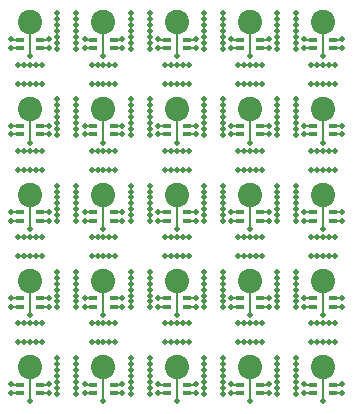
<source format=gtl>
G04 #@! TF.GenerationSoftware,KiCad,Pcbnew,5.0.2-bee76a0~70~ubuntu18.04.1*
G04 #@! TF.CreationDate,2018-12-05T20:22:07+01:00*
G04 #@! TF.ProjectId,noname,6e6f6e61-6d65-42e6-9b69-6361645f7063,rev?*
G04 #@! TF.SameCoordinates,Original*
G04 #@! TF.FileFunction,Copper,L1,Top*
G04 #@! TF.FilePolarity,Positive*
%FSLAX46Y46*%
G04 Gerber Fmt 4.6, Leading zero omitted, Abs format (unit mm)*
G04 Created by KiCad (PCBNEW 5.0.2-bee76a0~70~ubuntu18.04.1) date Wed 05 Dec 2018 20:22:07 CET*
%MOMM*%
%LPD*%
G01*
G04 APERTURE LIST*
G04 #@! TA.AperFunction,ViaPad*
%ADD10C,2.060000*%
G04 #@! TD*
G04 #@! TA.AperFunction,SMDPad,CuDef*
%ADD11R,0.750000X0.450000*%
G04 #@! TD*
G04 #@! TA.AperFunction,ViaPad*
%ADD12C,0.500000*%
G04 #@! TD*
G04 #@! TA.AperFunction,Conductor*
%ADD13C,0.152400*%
G04 #@! TD*
G04 APERTURE END LIST*
D10*
G04 #@! TO.N,GND*
G04 #@! TO.C,U2*
X136900000Y-121820000D03*
D11*
G04 #@! TD*
G04 #@! TO.P,U2,1*
G04 #@! TO.N,Net-(U1-Pad4)*
X136050000Y-124000000D03*
G04 #@! TO.P,U2,3*
G04 #@! TO.N,Net-(U1-Pad1)*
X137750000Y-124000000D03*
G04 #@! TO.P,U2,4*
G04 #@! TO.N,Net-(U1-Pad2)*
X137750000Y-123300000D03*
G04 #@! TO.P,U2,2*
G04 #@! TO.N,Net-(U1-Pad3)*
X136050000Y-123300000D03*
G04 #@! TD*
D10*
G04 #@! TO.N,GND*
G04 #@! TO.C,U2*
X130700000Y-121820000D03*
D11*
G04 #@! TD*
G04 #@! TO.P,U2,1*
G04 #@! TO.N,Net-(U1-Pad4)*
X129850000Y-124000000D03*
G04 #@! TO.P,U2,3*
G04 #@! TO.N,Net-(U1-Pad1)*
X131550000Y-124000000D03*
G04 #@! TO.P,U2,4*
G04 #@! TO.N,Net-(U1-Pad2)*
X131550000Y-123300000D03*
G04 #@! TO.P,U2,2*
G04 #@! TO.N,Net-(U1-Pad3)*
X129850000Y-123300000D03*
G04 #@! TD*
D10*
G04 #@! TO.N,GND*
G04 #@! TO.C,U2*
X124500000Y-121820000D03*
D11*
G04 #@! TD*
G04 #@! TO.P,U2,1*
G04 #@! TO.N,Net-(U1-Pad4)*
X123650000Y-124000000D03*
G04 #@! TO.P,U2,3*
G04 #@! TO.N,Net-(U1-Pad1)*
X125350000Y-124000000D03*
G04 #@! TO.P,U2,4*
G04 #@! TO.N,Net-(U1-Pad2)*
X125350000Y-123300000D03*
G04 #@! TO.P,U2,2*
G04 #@! TO.N,Net-(U1-Pad3)*
X123650000Y-123300000D03*
G04 #@! TD*
D10*
G04 #@! TO.N,GND*
G04 #@! TO.C,U2*
X118300000Y-121820000D03*
D11*
G04 #@! TD*
G04 #@! TO.P,U2,1*
G04 #@! TO.N,Net-(U1-Pad4)*
X117450000Y-124000000D03*
G04 #@! TO.P,U2,3*
G04 #@! TO.N,Net-(U1-Pad1)*
X119150000Y-124000000D03*
G04 #@! TO.P,U2,4*
G04 #@! TO.N,Net-(U1-Pad2)*
X119150000Y-123300000D03*
G04 #@! TO.P,U2,2*
G04 #@! TO.N,Net-(U1-Pad3)*
X117450000Y-123300000D03*
G04 #@! TD*
G04 #@! TO.P,U2,2*
G04 #@! TO.N,Net-(U1-Pad3)*
X111250000Y-123300000D03*
G04 #@! TO.P,U2,4*
G04 #@! TO.N,Net-(U1-Pad2)*
X112950000Y-123300000D03*
G04 #@! TO.P,U2,3*
G04 #@! TO.N,Net-(U1-Pad1)*
X112950000Y-124000000D03*
G04 #@! TO.P,U2,1*
G04 #@! TO.N,Net-(U1-Pad4)*
X111250000Y-124000000D03*
D10*
G04 #@! TD*
G04 #@! TO.N,GND*
G04 #@! TO.C,U2*
X112100000Y-121820000D03*
G04 #@! TO.N,GND*
G04 #@! TO.C,U2*
X136900000Y-114520000D03*
D11*
G04 #@! TD*
G04 #@! TO.P,U2,1*
G04 #@! TO.N,Net-(U1-Pad4)*
X136050000Y-116700000D03*
G04 #@! TO.P,U2,3*
G04 #@! TO.N,Net-(U1-Pad1)*
X137750000Y-116700000D03*
G04 #@! TO.P,U2,4*
G04 #@! TO.N,Net-(U1-Pad2)*
X137750000Y-116000000D03*
G04 #@! TO.P,U2,2*
G04 #@! TO.N,Net-(U1-Pad3)*
X136050000Y-116000000D03*
G04 #@! TD*
D10*
G04 #@! TO.N,GND*
G04 #@! TO.C,U2*
X130700000Y-114520000D03*
D11*
G04 #@! TD*
G04 #@! TO.P,U2,1*
G04 #@! TO.N,Net-(U1-Pad4)*
X129850000Y-116700000D03*
G04 #@! TO.P,U2,3*
G04 #@! TO.N,Net-(U1-Pad1)*
X131550000Y-116700000D03*
G04 #@! TO.P,U2,4*
G04 #@! TO.N,Net-(U1-Pad2)*
X131550000Y-116000000D03*
G04 #@! TO.P,U2,2*
G04 #@! TO.N,Net-(U1-Pad3)*
X129850000Y-116000000D03*
G04 #@! TD*
D10*
G04 #@! TO.N,GND*
G04 #@! TO.C,U2*
X124500000Y-114520000D03*
D11*
G04 #@! TD*
G04 #@! TO.P,U2,1*
G04 #@! TO.N,Net-(U1-Pad4)*
X123650000Y-116700000D03*
G04 #@! TO.P,U2,3*
G04 #@! TO.N,Net-(U1-Pad1)*
X125350000Y-116700000D03*
G04 #@! TO.P,U2,4*
G04 #@! TO.N,Net-(U1-Pad2)*
X125350000Y-116000000D03*
G04 #@! TO.P,U2,2*
G04 #@! TO.N,Net-(U1-Pad3)*
X123650000Y-116000000D03*
G04 #@! TD*
D10*
G04 #@! TO.N,GND*
G04 #@! TO.C,U2*
X118300000Y-114520000D03*
D11*
G04 #@! TD*
G04 #@! TO.P,U2,1*
G04 #@! TO.N,Net-(U1-Pad4)*
X117450000Y-116700000D03*
G04 #@! TO.P,U2,3*
G04 #@! TO.N,Net-(U1-Pad1)*
X119150000Y-116700000D03*
G04 #@! TO.P,U2,4*
G04 #@! TO.N,Net-(U1-Pad2)*
X119150000Y-116000000D03*
G04 #@! TO.P,U2,2*
G04 #@! TO.N,Net-(U1-Pad3)*
X117450000Y-116000000D03*
G04 #@! TD*
D10*
G04 #@! TO.N,GND*
G04 #@! TO.C,U2*
X112100000Y-114520000D03*
D11*
G04 #@! TD*
G04 #@! TO.P,U2,1*
G04 #@! TO.N,Net-(U1-Pad4)*
X111250000Y-116700000D03*
G04 #@! TO.P,U2,3*
G04 #@! TO.N,Net-(U1-Pad1)*
X112950000Y-116700000D03*
G04 #@! TO.P,U2,4*
G04 #@! TO.N,Net-(U1-Pad2)*
X112950000Y-116000000D03*
G04 #@! TO.P,U2,2*
G04 #@! TO.N,Net-(U1-Pad3)*
X111250000Y-116000000D03*
G04 #@! TD*
D10*
G04 #@! TO.N,GND*
G04 #@! TO.C,U2*
X136900000Y-107220000D03*
D11*
G04 #@! TD*
G04 #@! TO.P,U2,1*
G04 #@! TO.N,Net-(U1-Pad4)*
X136050000Y-109400000D03*
G04 #@! TO.P,U2,3*
G04 #@! TO.N,Net-(U1-Pad1)*
X137750000Y-109400000D03*
G04 #@! TO.P,U2,4*
G04 #@! TO.N,Net-(U1-Pad2)*
X137750000Y-108700000D03*
G04 #@! TO.P,U2,2*
G04 #@! TO.N,Net-(U1-Pad3)*
X136050000Y-108700000D03*
G04 #@! TD*
D10*
G04 #@! TO.N,GND*
G04 #@! TO.C,U2*
X130700000Y-107220000D03*
D11*
G04 #@! TD*
G04 #@! TO.P,U2,1*
G04 #@! TO.N,Net-(U1-Pad4)*
X129850000Y-109400000D03*
G04 #@! TO.P,U2,3*
G04 #@! TO.N,Net-(U1-Pad1)*
X131550000Y-109400000D03*
G04 #@! TO.P,U2,4*
G04 #@! TO.N,Net-(U1-Pad2)*
X131550000Y-108700000D03*
G04 #@! TO.P,U2,2*
G04 #@! TO.N,Net-(U1-Pad3)*
X129850000Y-108700000D03*
G04 #@! TD*
D10*
G04 #@! TO.N,GND*
G04 #@! TO.C,U2*
X124500000Y-107220000D03*
D11*
G04 #@! TD*
G04 #@! TO.P,U2,1*
G04 #@! TO.N,Net-(U1-Pad4)*
X123650000Y-109400000D03*
G04 #@! TO.P,U2,3*
G04 #@! TO.N,Net-(U1-Pad1)*
X125350000Y-109400000D03*
G04 #@! TO.P,U2,4*
G04 #@! TO.N,Net-(U1-Pad2)*
X125350000Y-108700000D03*
G04 #@! TO.P,U2,2*
G04 #@! TO.N,Net-(U1-Pad3)*
X123650000Y-108700000D03*
G04 #@! TD*
D10*
G04 #@! TO.N,GND*
G04 #@! TO.C,U2*
X118300000Y-107220000D03*
D11*
G04 #@! TD*
G04 #@! TO.P,U2,1*
G04 #@! TO.N,Net-(U1-Pad4)*
X117450000Y-109400000D03*
G04 #@! TO.P,U2,3*
G04 #@! TO.N,Net-(U1-Pad1)*
X119150000Y-109400000D03*
G04 #@! TO.P,U2,4*
G04 #@! TO.N,Net-(U1-Pad2)*
X119150000Y-108700000D03*
G04 #@! TO.P,U2,2*
G04 #@! TO.N,Net-(U1-Pad3)*
X117450000Y-108700000D03*
G04 #@! TD*
D10*
G04 #@! TO.N,GND*
G04 #@! TO.C,U2*
X112100000Y-107220000D03*
D11*
G04 #@! TD*
G04 #@! TO.P,U2,1*
G04 #@! TO.N,Net-(U1-Pad4)*
X111250000Y-109400000D03*
G04 #@! TO.P,U2,3*
G04 #@! TO.N,Net-(U1-Pad1)*
X112950000Y-109400000D03*
G04 #@! TO.P,U2,4*
G04 #@! TO.N,Net-(U1-Pad2)*
X112950000Y-108700000D03*
G04 #@! TO.P,U2,2*
G04 #@! TO.N,Net-(U1-Pad3)*
X111250000Y-108700000D03*
G04 #@! TD*
D10*
G04 #@! TO.N,GND*
G04 #@! TO.C,U2*
X136900000Y-99920000D03*
D11*
G04 #@! TD*
G04 #@! TO.P,U2,1*
G04 #@! TO.N,Net-(U1-Pad4)*
X136050000Y-102100000D03*
G04 #@! TO.P,U2,3*
G04 #@! TO.N,Net-(U1-Pad1)*
X137750000Y-102100000D03*
G04 #@! TO.P,U2,4*
G04 #@! TO.N,Net-(U1-Pad2)*
X137750000Y-101400000D03*
G04 #@! TO.P,U2,2*
G04 #@! TO.N,Net-(U1-Pad3)*
X136050000Y-101400000D03*
G04 #@! TD*
D10*
G04 #@! TO.N,GND*
G04 #@! TO.C,U2*
X130700000Y-99920000D03*
D11*
G04 #@! TD*
G04 #@! TO.P,U2,1*
G04 #@! TO.N,Net-(U1-Pad4)*
X129850000Y-102100000D03*
G04 #@! TO.P,U2,3*
G04 #@! TO.N,Net-(U1-Pad1)*
X131550000Y-102100000D03*
G04 #@! TO.P,U2,4*
G04 #@! TO.N,Net-(U1-Pad2)*
X131550000Y-101400000D03*
G04 #@! TO.P,U2,2*
G04 #@! TO.N,Net-(U1-Pad3)*
X129850000Y-101400000D03*
G04 #@! TD*
D10*
G04 #@! TO.N,GND*
G04 #@! TO.C,U2*
X124500000Y-99920000D03*
D11*
G04 #@! TD*
G04 #@! TO.P,U2,1*
G04 #@! TO.N,Net-(U1-Pad4)*
X123650000Y-102100000D03*
G04 #@! TO.P,U2,3*
G04 #@! TO.N,Net-(U1-Pad1)*
X125350000Y-102100000D03*
G04 #@! TO.P,U2,4*
G04 #@! TO.N,Net-(U1-Pad2)*
X125350000Y-101400000D03*
G04 #@! TO.P,U2,2*
G04 #@! TO.N,Net-(U1-Pad3)*
X123650000Y-101400000D03*
G04 #@! TD*
D10*
G04 #@! TO.N,GND*
G04 #@! TO.C,U2*
X118300000Y-99920000D03*
D11*
G04 #@! TD*
G04 #@! TO.P,U2,1*
G04 #@! TO.N,Net-(U1-Pad4)*
X117450000Y-102100000D03*
G04 #@! TO.P,U2,3*
G04 #@! TO.N,Net-(U1-Pad1)*
X119150000Y-102100000D03*
G04 #@! TO.P,U2,4*
G04 #@! TO.N,Net-(U1-Pad2)*
X119150000Y-101400000D03*
G04 #@! TO.P,U2,2*
G04 #@! TO.N,Net-(U1-Pad3)*
X117450000Y-101400000D03*
G04 #@! TD*
D10*
G04 #@! TO.N,GND*
G04 #@! TO.C,U2*
X112100000Y-99920000D03*
D11*
G04 #@! TD*
G04 #@! TO.P,U2,1*
G04 #@! TO.N,Net-(U1-Pad4)*
X111250000Y-102100000D03*
G04 #@! TO.P,U2,3*
G04 #@! TO.N,Net-(U1-Pad1)*
X112950000Y-102100000D03*
G04 #@! TO.P,U2,4*
G04 #@! TO.N,Net-(U1-Pad2)*
X112950000Y-101400000D03*
G04 #@! TO.P,U2,2*
G04 #@! TO.N,Net-(U1-Pad3)*
X111250000Y-101400000D03*
G04 #@! TD*
D10*
G04 #@! TO.N,GND*
G04 #@! TO.C,U2*
X136900000Y-92620000D03*
D11*
G04 #@! TD*
G04 #@! TO.P,U2,1*
G04 #@! TO.N,Net-(U1-Pad4)*
X136050000Y-94800000D03*
G04 #@! TO.P,U2,3*
G04 #@! TO.N,Net-(U1-Pad1)*
X137750000Y-94800000D03*
G04 #@! TO.P,U2,4*
G04 #@! TO.N,Net-(U1-Pad2)*
X137750000Y-94100000D03*
G04 #@! TO.P,U2,2*
G04 #@! TO.N,Net-(U1-Pad3)*
X136050000Y-94100000D03*
G04 #@! TD*
D10*
G04 #@! TO.N,GND*
G04 #@! TO.C,U2*
X130700000Y-92620000D03*
D11*
G04 #@! TD*
G04 #@! TO.P,U2,1*
G04 #@! TO.N,Net-(U1-Pad4)*
X129850000Y-94800000D03*
G04 #@! TO.P,U2,3*
G04 #@! TO.N,Net-(U1-Pad1)*
X131550000Y-94800000D03*
G04 #@! TO.P,U2,4*
G04 #@! TO.N,Net-(U1-Pad2)*
X131550000Y-94100000D03*
G04 #@! TO.P,U2,2*
G04 #@! TO.N,Net-(U1-Pad3)*
X129850000Y-94100000D03*
G04 #@! TD*
D10*
G04 #@! TO.N,GND*
G04 #@! TO.C,U2*
X124500000Y-92620000D03*
D11*
G04 #@! TD*
G04 #@! TO.P,U2,1*
G04 #@! TO.N,Net-(U1-Pad4)*
X123650000Y-94800000D03*
G04 #@! TO.P,U2,3*
G04 #@! TO.N,Net-(U1-Pad1)*
X125350000Y-94800000D03*
G04 #@! TO.P,U2,4*
G04 #@! TO.N,Net-(U1-Pad2)*
X125350000Y-94100000D03*
G04 #@! TO.P,U2,2*
G04 #@! TO.N,Net-(U1-Pad3)*
X123650000Y-94100000D03*
G04 #@! TD*
D10*
G04 #@! TO.N,GND*
G04 #@! TO.C,U2*
X118300000Y-92620000D03*
D11*
G04 #@! TD*
G04 #@! TO.P,U2,1*
G04 #@! TO.N,Net-(U1-Pad4)*
X117450000Y-94800000D03*
G04 #@! TO.P,U2,3*
G04 #@! TO.N,Net-(U1-Pad1)*
X119150000Y-94800000D03*
G04 #@! TO.P,U2,4*
G04 #@! TO.N,Net-(U1-Pad2)*
X119150000Y-94100000D03*
G04 #@! TO.P,U2,2*
G04 #@! TO.N,Net-(U1-Pad3)*
X117450000Y-94100000D03*
G04 #@! TD*
G04 #@! TO.P,U2,2*
G04 #@! TO.N,Net-(U1-Pad3)*
X111250000Y-94100000D03*
G04 #@! TO.P,U2,4*
G04 #@! TO.N,Net-(U1-Pad2)*
X112950000Y-94100000D03*
G04 #@! TO.P,U2,3*
G04 #@! TO.N,Net-(U1-Pad1)*
X112950000Y-94800000D03*
G04 #@! TO.P,U2,1*
G04 #@! TO.N,Net-(U1-Pad4)*
X111250000Y-94800000D03*
D10*
G04 #@! TD*
G04 #@! TO.N,GND*
G04 #@! TO.C,U2*
X112100000Y-92620000D03*
D12*
G04 #@! TO.N,*
X111100000Y-96200000D03*
X111100000Y-96200000D03*
X111100000Y-96200000D03*
X111600000Y-96200000D03*
X112100000Y-96200000D03*
X112600000Y-96200000D03*
X111100000Y-97800000D03*
X113100000Y-96200000D03*
X111600000Y-97800000D03*
X112100000Y-97800000D03*
X112600000Y-97800000D03*
X113100000Y-97800000D03*
X114400000Y-94850000D03*
X114400000Y-94350000D03*
X114400000Y-93850000D03*
X114400000Y-93350000D03*
X114400000Y-92850000D03*
X114400000Y-92350000D03*
X114400000Y-91850000D03*
X116000000Y-94850000D03*
X116000000Y-91850000D03*
X116000000Y-92350000D03*
X116000000Y-93850000D03*
X116000000Y-93350000D03*
X116000000Y-92850000D03*
X116000000Y-94350000D03*
X118300000Y-97800000D03*
X124500000Y-97800000D03*
X130700000Y-97800000D03*
X136900000Y-97800000D03*
X112100000Y-105100000D03*
X118300000Y-105100000D03*
X124500000Y-105100000D03*
X130700000Y-105100000D03*
X136900000Y-105100000D03*
X112100000Y-112400000D03*
X118300000Y-112400000D03*
X124500000Y-112400000D03*
X130700000Y-112400000D03*
X136900000Y-112400000D03*
X112100000Y-119700000D03*
X118300000Y-119700000D03*
X124500000Y-119700000D03*
X130700000Y-119700000D03*
X136900000Y-119700000D03*
X117300000Y-96200000D03*
X123500000Y-96200000D03*
X129700000Y-96200000D03*
X135900000Y-96200000D03*
X111100000Y-103500000D03*
X117300000Y-103500000D03*
X123500000Y-103500000D03*
X129700000Y-103500000D03*
X135900000Y-103500000D03*
X111100000Y-110800000D03*
X117300000Y-110800000D03*
X123500000Y-110800000D03*
X129700000Y-110800000D03*
X135900000Y-110800000D03*
X111100000Y-118100000D03*
X117300000Y-118100000D03*
X123500000Y-118100000D03*
X129700000Y-118100000D03*
X135900000Y-118100000D03*
X122200000Y-92350000D03*
X128400000Y-92350000D03*
X134600000Y-92350000D03*
X116000000Y-99650000D03*
X122200000Y-99650000D03*
X128400000Y-99650000D03*
X134600000Y-99650000D03*
X116000000Y-106950000D03*
X122200000Y-106950000D03*
X128400000Y-106950000D03*
X134600000Y-106950000D03*
X116000000Y-114250000D03*
X122200000Y-114250000D03*
X128400000Y-114250000D03*
X134600000Y-114250000D03*
X116000000Y-121550000D03*
X122200000Y-121550000D03*
X128400000Y-121550000D03*
X134600000Y-121550000D03*
X118800000Y-96200000D03*
X125000000Y-96200000D03*
X131200000Y-96200000D03*
X137400000Y-96200000D03*
X112600000Y-103500000D03*
X118800000Y-103500000D03*
X125000000Y-103500000D03*
X131200000Y-103500000D03*
X137400000Y-103500000D03*
X112600000Y-110800000D03*
X118800000Y-110800000D03*
X125000000Y-110800000D03*
X131200000Y-110800000D03*
X137400000Y-110800000D03*
X112600000Y-118100000D03*
X118800000Y-118100000D03*
X125000000Y-118100000D03*
X131200000Y-118100000D03*
X137400000Y-118100000D03*
X117800000Y-96200000D03*
X124000000Y-96200000D03*
X130200000Y-96200000D03*
X136400000Y-96200000D03*
X111600000Y-103500000D03*
X117800000Y-103500000D03*
X124000000Y-103500000D03*
X130200000Y-103500000D03*
X136400000Y-103500000D03*
X111600000Y-110800000D03*
X117800000Y-110800000D03*
X124000000Y-110800000D03*
X130200000Y-110800000D03*
X136400000Y-110800000D03*
X111600000Y-118100000D03*
X117800000Y-118100000D03*
X124000000Y-118100000D03*
X130200000Y-118100000D03*
X136400000Y-118100000D03*
X122200000Y-94350000D03*
X128400000Y-94350000D03*
X134600000Y-94350000D03*
X116000000Y-101650000D03*
X122200000Y-101650000D03*
X128400000Y-101650000D03*
X134600000Y-101650000D03*
X116000000Y-108950000D03*
X122200000Y-108950000D03*
X128400000Y-108950000D03*
X134600000Y-108950000D03*
X116000000Y-116250000D03*
X122200000Y-116250000D03*
X128400000Y-116250000D03*
X134600000Y-116250000D03*
X116000000Y-123550000D03*
X122200000Y-123550000D03*
X128400000Y-123550000D03*
X134600000Y-123550000D03*
X120600000Y-94850000D03*
X126800000Y-94850000D03*
X133000000Y-94850000D03*
X114400000Y-102150000D03*
X120600000Y-102150000D03*
X126800000Y-102150000D03*
X133000000Y-102150000D03*
X114400000Y-109450000D03*
X120600000Y-109450000D03*
X126800000Y-109450000D03*
X133000000Y-109450000D03*
X114400000Y-116750000D03*
X120600000Y-116750000D03*
X126800000Y-116750000D03*
X133000000Y-116750000D03*
X114400000Y-124050000D03*
X120600000Y-124050000D03*
X126800000Y-124050000D03*
X133000000Y-124050000D03*
X120600000Y-91850000D03*
X126800000Y-91850000D03*
X133000000Y-91850000D03*
X114400000Y-99150000D03*
X120600000Y-99150000D03*
X126800000Y-99150000D03*
X133000000Y-99150000D03*
X114400000Y-106450000D03*
X120600000Y-106450000D03*
X126800000Y-106450000D03*
X133000000Y-106450000D03*
X114400000Y-113750000D03*
X120600000Y-113750000D03*
X126800000Y-113750000D03*
X133000000Y-113750000D03*
X114400000Y-121050000D03*
X120600000Y-121050000D03*
X126800000Y-121050000D03*
X133000000Y-121050000D03*
X122200000Y-93850000D03*
X128400000Y-93850000D03*
X134600000Y-93850000D03*
X116000000Y-101150000D03*
X122200000Y-101150000D03*
X128400000Y-101150000D03*
X134600000Y-101150000D03*
X116000000Y-108450000D03*
X122200000Y-108450000D03*
X128400000Y-108450000D03*
X134600000Y-108450000D03*
X116000000Y-115750000D03*
X122200000Y-115750000D03*
X128400000Y-115750000D03*
X134600000Y-115750000D03*
X116000000Y-123050000D03*
X122200000Y-123050000D03*
X128400000Y-123050000D03*
X134600000Y-123050000D03*
X120600000Y-92350000D03*
X126800000Y-92350000D03*
X133000000Y-92350000D03*
X114400000Y-99650000D03*
X120600000Y-99650000D03*
X126800000Y-99650000D03*
X133000000Y-99650000D03*
X114400000Y-106950000D03*
X120600000Y-106950000D03*
X126800000Y-106950000D03*
X133000000Y-106950000D03*
X114400000Y-114250000D03*
X120600000Y-114250000D03*
X126800000Y-114250000D03*
X133000000Y-114250000D03*
X114400000Y-121550000D03*
X120600000Y-121550000D03*
X126800000Y-121550000D03*
X133000000Y-121550000D03*
X118800000Y-97800000D03*
X125000000Y-97800000D03*
X131200000Y-97800000D03*
X137400000Y-97800000D03*
X112600000Y-105100000D03*
X118800000Y-105100000D03*
X125000000Y-105100000D03*
X131200000Y-105100000D03*
X137400000Y-105100000D03*
X112600000Y-112400000D03*
X118800000Y-112400000D03*
X125000000Y-112400000D03*
X131200000Y-112400000D03*
X137400000Y-112400000D03*
X112600000Y-119700000D03*
X118800000Y-119700000D03*
X125000000Y-119700000D03*
X131200000Y-119700000D03*
X137400000Y-119700000D03*
X117300000Y-96200000D03*
X123500000Y-96200000D03*
X129700000Y-96200000D03*
X135900000Y-96200000D03*
X111100000Y-103500000D03*
X117300000Y-103500000D03*
X123500000Y-103500000D03*
X129700000Y-103500000D03*
X135900000Y-103500000D03*
X111100000Y-110800000D03*
X117300000Y-110800000D03*
X123500000Y-110800000D03*
X129700000Y-110800000D03*
X135900000Y-110800000D03*
X111100000Y-118100000D03*
X117300000Y-118100000D03*
X123500000Y-118100000D03*
X129700000Y-118100000D03*
X135900000Y-118100000D03*
X119300000Y-96200000D03*
X125500000Y-96200000D03*
X131700000Y-96200000D03*
X137900000Y-96200000D03*
X113100000Y-103500000D03*
X119300000Y-103500000D03*
X125500000Y-103500000D03*
X131700000Y-103500000D03*
X137900000Y-103500000D03*
X113100000Y-110800000D03*
X119300000Y-110800000D03*
X125500000Y-110800000D03*
X131700000Y-110800000D03*
X137900000Y-110800000D03*
X113100000Y-118100000D03*
X119300000Y-118100000D03*
X125500000Y-118100000D03*
X131700000Y-118100000D03*
X137900000Y-118100000D03*
X117800000Y-97800000D03*
X124000000Y-97800000D03*
X130200000Y-97800000D03*
X136400000Y-97800000D03*
X111600000Y-105100000D03*
X117800000Y-105100000D03*
X124000000Y-105100000D03*
X130200000Y-105100000D03*
X136400000Y-105100000D03*
X111600000Y-112400000D03*
X117800000Y-112400000D03*
X124000000Y-112400000D03*
X130200000Y-112400000D03*
X136400000Y-112400000D03*
X111600000Y-119700000D03*
X117800000Y-119700000D03*
X124000000Y-119700000D03*
X130200000Y-119700000D03*
X136400000Y-119700000D03*
X117300000Y-97800000D03*
X123500000Y-97800000D03*
X129700000Y-97800000D03*
X135900000Y-97800000D03*
X111100000Y-105100000D03*
X117300000Y-105100000D03*
X123500000Y-105100000D03*
X129700000Y-105100000D03*
X135900000Y-105100000D03*
X111100000Y-112400000D03*
X117300000Y-112400000D03*
X123500000Y-112400000D03*
X129700000Y-112400000D03*
X135900000Y-112400000D03*
X111100000Y-119700000D03*
X117300000Y-119700000D03*
X123500000Y-119700000D03*
X129700000Y-119700000D03*
X135900000Y-119700000D03*
X120600000Y-93850000D03*
X126800000Y-93850000D03*
X133000000Y-93850000D03*
X114400000Y-101150000D03*
X120600000Y-101150000D03*
X126800000Y-101150000D03*
X133000000Y-101150000D03*
X114400000Y-108450000D03*
X120600000Y-108450000D03*
X126800000Y-108450000D03*
X133000000Y-108450000D03*
X114400000Y-115750000D03*
X120600000Y-115750000D03*
X126800000Y-115750000D03*
X133000000Y-115750000D03*
X114400000Y-123050000D03*
X120600000Y-123050000D03*
X126800000Y-123050000D03*
X133000000Y-123050000D03*
X118300000Y-96200000D03*
X124500000Y-96200000D03*
X130700000Y-96200000D03*
X136900000Y-96200000D03*
X112100000Y-103500000D03*
X118300000Y-103500000D03*
X124500000Y-103500000D03*
X130700000Y-103500000D03*
X136900000Y-103500000D03*
X112100000Y-110800000D03*
X118300000Y-110800000D03*
X124500000Y-110800000D03*
X130700000Y-110800000D03*
X136900000Y-110800000D03*
X112100000Y-118100000D03*
X118300000Y-118100000D03*
X124500000Y-118100000D03*
X130700000Y-118100000D03*
X136900000Y-118100000D03*
X122200000Y-91850000D03*
X128400000Y-91850000D03*
X134600000Y-91850000D03*
X116000000Y-99150000D03*
X122200000Y-99150000D03*
X128400000Y-99150000D03*
X134600000Y-99150000D03*
X116000000Y-106450000D03*
X122200000Y-106450000D03*
X128400000Y-106450000D03*
X134600000Y-106450000D03*
X116000000Y-113750000D03*
X122200000Y-113750000D03*
X128400000Y-113750000D03*
X134600000Y-113750000D03*
X116000000Y-121050000D03*
X122200000Y-121050000D03*
X128400000Y-121050000D03*
X134600000Y-121050000D03*
X122200000Y-92850000D03*
X128400000Y-92850000D03*
X134600000Y-92850000D03*
X116000000Y-100150000D03*
X122200000Y-100150000D03*
X128400000Y-100150000D03*
X134600000Y-100150000D03*
X116000000Y-107450000D03*
X122200000Y-107450000D03*
X128400000Y-107450000D03*
X134600000Y-107450000D03*
X116000000Y-114750000D03*
X122200000Y-114750000D03*
X128400000Y-114750000D03*
X134600000Y-114750000D03*
X116000000Y-122050000D03*
X122200000Y-122050000D03*
X128400000Y-122050000D03*
X134600000Y-122050000D03*
X122200000Y-93350000D03*
X128400000Y-93350000D03*
X134600000Y-93350000D03*
X116000000Y-100650000D03*
X122200000Y-100650000D03*
X128400000Y-100650000D03*
X134600000Y-100650000D03*
X116000000Y-107950000D03*
X122200000Y-107950000D03*
X128400000Y-107950000D03*
X134600000Y-107950000D03*
X116000000Y-115250000D03*
X122200000Y-115250000D03*
X128400000Y-115250000D03*
X134600000Y-115250000D03*
X116000000Y-122550000D03*
X122200000Y-122550000D03*
X128400000Y-122550000D03*
X134600000Y-122550000D03*
X120600000Y-93350000D03*
X126800000Y-93350000D03*
X133000000Y-93350000D03*
X114400000Y-100650000D03*
X120600000Y-100650000D03*
X126800000Y-100650000D03*
X133000000Y-100650000D03*
X114400000Y-107950000D03*
X120600000Y-107950000D03*
X126800000Y-107950000D03*
X133000000Y-107950000D03*
X114400000Y-115250000D03*
X120600000Y-115250000D03*
X126800000Y-115250000D03*
X133000000Y-115250000D03*
X114400000Y-122550000D03*
X120600000Y-122550000D03*
X126800000Y-122550000D03*
X133000000Y-122550000D03*
X120600000Y-92850000D03*
X126800000Y-92850000D03*
X133000000Y-92850000D03*
X114400000Y-100150000D03*
X120600000Y-100150000D03*
X126800000Y-100150000D03*
X133000000Y-100150000D03*
X114400000Y-107450000D03*
X120600000Y-107450000D03*
X126800000Y-107450000D03*
X133000000Y-107450000D03*
X114400000Y-114750000D03*
X120600000Y-114750000D03*
X126800000Y-114750000D03*
X133000000Y-114750000D03*
X114400000Y-122050000D03*
X120600000Y-122050000D03*
X126800000Y-122050000D03*
X133000000Y-122050000D03*
X119300000Y-97800000D03*
X125500000Y-97800000D03*
X131700000Y-97800000D03*
X137900000Y-97800000D03*
X113100000Y-105100000D03*
X119300000Y-105100000D03*
X125500000Y-105100000D03*
X131700000Y-105100000D03*
X137900000Y-105100000D03*
X113100000Y-112400000D03*
X119300000Y-112400000D03*
X125500000Y-112400000D03*
X131700000Y-112400000D03*
X137900000Y-112400000D03*
X113100000Y-119700000D03*
X119300000Y-119700000D03*
X125500000Y-119700000D03*
X131700000Y-119700000D03*
X137900000Y-119700000D03*
X117300000Y-96200000D03*
X123500000Y-96200000D03*
X129700000Y-96200000D03*
X135900000Y-96200000D03*
X111100000Y-103500000D03*
X117300000Y-103500000D03*
X123500000Y-103500000D03*
X129700000Y-103500000D03*
X135900000Y-103500000D03*
X111100000Y-110800000D03*
X117300000Y-110800000D03*
X123500000Y-110800000D03*
X129700000Y-110800000D03*
X135900000Y-110800000D03*
X111100000Y-118100000D03*
X117300000Y-118100000D03*
X123500000Y-118100000D03*
X129700000Y-118100000D03*
X135900000Y-118100000D03*
X120600000Y-94350000D03*
X126800000Y-94350000D03*
X133000000Y-94350000D03*
X114400000Y-101650000D03*
X120600000Y-101650000D03*
X126800000Y-101650000D03*
X133000000Y-101650000D03*
X114400000Y-108950000D03*
X120600000Y-108950000D03*
X126800000Y-108950000D03*
X133000000Y-108950000D03*
X114400000Y-116250000D03*
X120600000Y-116250000D03*
X126800000Y-116250000D03*
X133000000Y-116250000D03*
X114400000Y-123550000D03*
X120600000Y-123550000D03*
X126800000Y-123550000D03*
X133000000Y-123550000D03*
X122200000Y-94850000D03*
X128400000Y-94850000D03*
X134600000Y-94850000D03*
X116000000Y-102150000D03*
X122200000Y-102150000D03*
X128400000Y-102150000D03*
X134600000Y-102150000D03*
X116000000Y-109450000D03*
X122200000Y-109450000D03*
X128400000Y-109450000D03*
X134600000Y-109450000D03*
X116000000Y-116750000D03*
X122200000Y-116750000D03*
X128400000Y-116750000D03*
X134600000Y-116750000D03*
X116000000Y-124050000D03*
X122200000Y-124050000D03*
X128400000Y-124050000D03*
X134600000Y-124050000D03*
G04 #@! TO.N,Net-(U1-Pad2)*
X113697599Y-94070558D03*
X119897599Y-94070558D03*
X126097599Y-94070558D03*
X132297599Y-94070558D03*
X138497599Y-94070558D03*
X113697599Y-101370558D03*
X119897599Y-101370558D03*
X126097599Y-101370558D03*
X132297599Y-101370558D03*
X138497599Y-101370558D03*
X113697599Y-108670558D03*
X119897599Y-108670558D03*
X126097599Y-108670558D03*
X132297599Y-108670558D03*
X138497599Y-108670558D03*
X113697599Y-115970558D03*
X119897599Y-115970558D03*
X126097599Y-115970558D03*
X132297599Y-115970558D03*
X138497599Y-115970558D03*
X113697599Y-123270558D03*
X119897599Y-123270558D03*
X126097599Y-123270558D03*
X132297599Y-123270558D03*
X138497599Y-123270558D03*
G04 #@! TO.N,Net-(U1-Pad4)*
X110502400Y-94800000D03*
X116702400Y-94800000D03*
X122902400Y-94800000D03*
X129102400Y-94800000D03*
X135302400Y-94800000D03*
X110502400Y-102100000D03*
X116702400Y-102100000D03*
X122902400Y-102100000D03*
X129102400Y-102100000D03*
X135302400Y-102100000D03*
X110502400Y-109400000D03*
X116702400Y-109400000D03*
X122902400Y-109400000D03*
X129102400Y-109400000D03*
X135302400Y-109400000D03*
X110502400Y-116700000D03*
X116702400Y-116700000D03*
X122902400Y-116700000D03*
X129102400Y-116700000D03*
X135302400Y-116700000D03*
X110502400Y-124000000D03*
X116702400Y-124000000D03*
X122902400Y-124000000D03*
X129102400Y-124000000D03*
X135302400Y-124000000D03*
G04 #@! TO.N,Net-(U1-Pad3)*
X110502418Y-94070566D03*
X116702418Y-94070566D03*
X122902418Y-94070566D03*
X129102418Y-94070566D03*
X135302418Y-94070566D03*
X110502418Y-101370566D03*
X116702418Y-101370566D03*
X122902418Y-101370566D03*
X129102418Y-101370566D03*
X135302418Y-101370566D03*
X110502418Y-108670566D03*
X116702418Y-108670566D03*
X122902418Y-108670566D03*
X129102418Y-108670566D03*
X135302418Y-108670566D03*
X110502418Y-115970566D03*
X116702418Y-115970566D03*
X122902418Y-115970566D03*
X129102418Y-115970566D03*
X135302418Y-115970566D03*
X110502418Y-123270566D03*
X116702418Y-123270566D03*
X122902418Y-123270566D03*
X129102418Y-123270566D03*
X135302418Y-123270566D03*
G04 #@! TO.N,Net-(U1-Pad1)*
X113697600Y-94800000D03*
X119897600Y-94800000D03*
X126097600Y-94800000D03*
X132297600Y-94800000D03*
X138497600Y-94800000D03*
X113697600Y-102100000D03*
X119897600Y-102100000D03*
X126097600Y-102100000D03*
X132297600Y-102100000D03*
X138497600Y-102100000D03*
X113697600Y-109400000D03*
X119897600Y-109400000D03*
X126097600Y-109400000D03*
X132297600Y-109400000D03*
X138497600Y-109400000D03*
X113697600Y-116700000D03*
X119897600Y-116700000D03*
X126097600Y-116700000D03*
X132297600Y-116700000D03*
X138497600Y-116700000D03*
X113697600Y-124000000D03*
X119897600Y-124000000D03*
X126097600Y-124000000D03*
X132297600Y-124000000D03*
X138497600Y-124000000D03*
G04 #@! TO.N,GND*
X112100000Y-95497600D03*
X118300000Y-95497600D03*
X124500000Y-95497600D03*
X130700000Y-95497600D03*
X136900000Y-95497600D03*
X112100000Y-102797600D03*
X118300000Y-102797600D03*
X124500000Y-102797600D03*
X130700000Y-102797600D03*
X136900000Y-102797600D03*
X112100000Y-110097600D03*
X118300000Y-110097600D03*
X124500000Y-110097600D03*
X130700000Y-110097600D03*
X136900000Y-110097600D03*
X112100000Y-117397600D03*
X118300000Y-117397600D03*
X124500000Y-117397600D03*
X130700000Y-117397600D03*
X136900000Y-117397600D03*
X112100000Y-124697600D03*
X118300000Y-124697600D03*
X124500000Y-124697600D03*
X130700000Y-124697600D03*
X136900000Y-124697600D03*
G04 #@! TD*
D13*
G04 #@! TO.N,Net-(U1-Pad2)*
X112950000Y-94100000D02*
X113668157Y-94100000D01*
X113668157Y-94100000D02*
X113697599Y-94070558D01*
X119868157Y-94100000D02*
X119897599Y-94070558D01*
X126068157Y-94100000D02*
X126097599Y-94070558D01*
X132268157Y-94100000D02*
X132297599Y-94070558D01*
X138468157Y-94100000D02*
X138497599Y-94070558D01*
X113668157Y-101400000D02*
X113697599Y-101370558D01*
X119868157Y-101400000D02*
X119897599Y-101370558D01*
X126068157Y-101400000D02*
X126097599Y-101370558D01*
X132268157Y-101400000D02*
X132297599Y-101370558D01*
X138468157Y-101400000D02*
X138497599Y-101370558D01*
X113668157Y-108700000D02*
X113697599Y-108670558D01*
X119868157Y-108700000D02*
X119897599Y-108670558D01*
X126068157Y-108700000D02*
X126097599Y-108670558D01*
X132268157Y-108700000D02*
X132297599Y-108670558D01*
X138468157Y-108700000D02*
X138497599Y-108670558D01*
X113668157Y-116000000D02*
X113697599Y-115970558D01*
X119868157Y-116000000D02*
X119897599Y-115970558D01*
X126068157Y-116000000D02*
X126097599Y-115970558D01*
X132268157Y-116000000D02*
X132297599Y-115970558D01*
X138468157Y-116000000D02*
X138497599Y-115970558D01*
X113668157Y-123300000D02*
X113697599Y-123270558D01*
X119868157Y-123300000D02*
X119897599Y-123270558D01*
X126068157Y-123300000D02*
X126097599Y-123270558D01*
X132268157Y-123300000D02*
X132297599Y-123270558D01*
X138468157Y-123300000D02*
X138497599Y-123270558D01*
X119150000Y-94100000D02*
X119868157Y-94100000D01*
X125350000Y-94100000D02*
X126068157Y-94100000D01*
X131550000Y-94100000D02*
X132268157Y-94100000D01*
X137750000Y-94100000D02*
X138468157Y-94100000D01*
X112950000Y-101400000D02*
X113668157Y-101400000D01*
X119150000Y-101400000D02*
X119868157Y-101400000D01*
X125350000Y-101400000D02*
X126068157Y-101400000D01*
X131550000Y-101400000D02*
X132268157Y-101400000D01*
X137750000Y-101400000D02*
X138468157Y-101400000D01*
X112950000Y-108700000D02*
X113668157Y-108700000D01*
X119150000Y-108700000D02*
X119868157Y-108700000D01*
X125350000Y-108700000D02*
X126068157Y-108700000D01*
X131550000Y-108700000D02*
X132268157Y-108700000D01*
X137750000Y-108700000D02*
X138468157Y-108700000D01*
X112950000Y-116000000D02*
X113668157Y-116000000D01*
X119150000Y-116000000D02*
X119868157Y-116000000D01*
X125350000Y-116000000D02*
X126068157Y-116000000D01*
X131550000Y-116000000D02*
X132268157Y-116000000D01*
X137750000Y-116000000D02*
X138468157Y-116000000D01*
X112950000Y-123300000D02*
X113668157Y-123300000D01*
X119150000Y-123300000D02*
X119868157Y-123300000D01*
X125350000Y-123300000D02*
X126068157Y-123300000D01*
X131550000Y-123300000D02*
X132268157Y-123300000D01*
X137750000Y-123300000D02*
X138468157Y-123300000D01*
G04 #@! TO.N,Net-(U1-Pad4)*
X111250000Y-94800000D02*
X110502400Y-94800000D01*
X117450000Y-94800000D02*
X116702400Y-94800000D01*
X123650000Y-94800000D02*
X122902400Y-94800000D01*
X129850000Y-94800000D02*
X129102400Y-94800000D01*
X136050000Y-94800000D02*
X135302400Y-94800000D01*
X111250000Y-102100000D02*
X110502400Y-102100000D01*
X117450000Y-102100000D02*
X116702400Y-102100000D01*
X123650000Y-102100000D02*
X122902400Y-102100000D01*
X129850000Y-102100000D02*
X129102400Y-102100000D01*
X136050000Y-102100000D02*
X135302400Y-102100000D01*
X111250000Y-109400000D02*
X110502400Y-109400000D01*
X117450000Y-109400000D02*
X116702400Y-109400000D01*
X123650000Y-109400000D02*
X122902400Y-109400000D01*
X129850000Y-109400000D02*
X129102400Y-109400000D01*
X136050000Y-109400000D02*
X135302400Y-109400000D01*
X111250000Y-116700000D02*
X110502400Y-116700000D01*
X117450000Y-116700000D02*
X116702400Y-116700000D01*
X123650000Y-116700000D02*
X122902400Y-116700000D01*
X129850000Y-116700000D02*
X129102400Y-116700000D01*
X136050000Y-116700000D02*
X135302400Y-116700000D01*
X111250000Y-124000000D02*
X110502400Y-124000000D01*
X117450000Y-124000000D02*
X116702400Y-124000000D01*
X123650000Y-124000000D02*
X122902400Y-124000000D01*
X129850000Y-124000000D02*
X129102400Y-124000000D01*
X136050000Y-124000000D02*
X135302400Y-124000000D01*
G04 #@! TO.N,Net-(U1-Pad3)*
X111250000Y-94100000D02*
X110531852Y-94100000D01*
X110531852Y-94100000D02*
X110502418Y-94070566D01*
X116731852Y-94100000D02*
X116702418Y-94070566D01*
X122931852Y-94100000D02*
X122902418Y-94070566D01*
X129131852Y-94100000D02*
X129102418Y-94070566D01*
X135331852Y-94100000D02*
X135302418Y-94070566D01*
X110531852Y-101400000D02*
X110502418Y-101370566D01*
X116731852Y-101400000D02*
X116702418Y-101370566D01*
X122931852Y-101400000D02*
X122902418Y-101370566D01*
X129131852Y-101400000D02*
X129102418Y-101370566D01*
X135331852Y-101400000D02*
X135302418Y-101370566D01*
X110531852Y-108700000D02*
X110502418Y-108670566D01*
X116731852Y-108700000D02*
X116702418Y-108670566D01*
X122931852Y-108700000D02*
X122902418Y-108670566D01*
X129131852Y-108700000D02*
X129102418Y-108670566D01*
X135331852Y-108700000D02*
X135302418Y-108670566D01*
X110531852Y-116000000D02*
X110502418Y-115970566D01*
X116731852Y-116000000D02*
X116702418Y-115970566D01*
X122931852Y-116000000D02*
X122902418Y-115970566D01*
X129131852Y-116000000D02*
X129102418Y-115970566D01*
X135331852Y-116000000D02*
X135302418Y-115970566D01*
X110531852Y-123300000D02*
X110502418Y-123270566D01*
X116731852Y-123300000D02*
X116702418Y-123270566D01*
X122931852Y-123300000D02*
X122902418Y-123270566D01*
X129131852Y-123300000D02*
X129102418Y-123270566D01*
X135331852Y-123300000D02*
X135302418Y-123270566D01*
X117450000Y-94100000D02*
X116731852Y-94100000D01*
X123650000Y-94100000D02*
X122931852Y-94100000D01*
X129850000Y-94100000D02*
X129131852Y-94100000D01*
X136050000Y-94100000D02*
X135331852Y-94100000D01*
X111250000Y-101400000D02*
X110531852Y-101400000D01*
X117450000Y-101400000D02*
X116731852Y-101400000D01*
X123650000Y-101400000D02*
X122931852Y-101400000D01*
X129850000Y-101400000D02*
X129131852Y-101400000D01*
X136050000Y-101400000D02*
X135331852Y-101400000D01*
X111250000Y-108700000D02*
X110531852Y-108700000D01*
X117450000Y-108700000D02*
X116731852Y-108700000D01*
X123650000Y-108700000D02*
X122931852Y-108700000D01*
X129850000Y-108700000D02*
X129131852Y-108700000D01*
X136050000Y-108700000D02*
X135331852Y-108700000D01*
X111250000Y-116000000D02*
X110531852Y-116000000D01*
X117450000Y-116000000D02*
X116731852Y-116000000D01*
X123650000Y-116000000D02*
X122931852Y-116000000D01*
X129850000Y-116000000D02*
X129131852Y-116000000D01*
X136050000Y-116000000D02*
X135331852Y-116000000D01*
X111250000Y-123300000D02*
X110531852Y-123300000D01*
X117450000Y-123300000D02*
X116731852Y-123300000D01*
X123650000Y-123300000D02*
X122931852Y-123300000D01*
X129850000Y-123300000D02*
X129131852Y-123300000D01*
X136050000Y-123300000D02*
X135331852Y-123300000D01*
G04 #@! TO.N,Net-(U1-Pad1)*
X112950000Y-94800000D02*
X113697600Y-94800000D01*
X119150000Y-94800000D02*
X119897600Y-94800000D01*
X125350000Y-94800000D02*
X126097600Y-94800000D01*
X131550000Y-94800000D02*
X132297600Y-94800000D01*
X137750000Y-94800000D02*
X138497600Y-94800000D01*
X112950000Y-102100000D02*
X113697600Y-102100000D01*
X119150000Y-102100000D02*
X119897600Y-102100000D01*
X125350000Y-102100000D02*
X126097600Y-102100000D01*
X131550000Y-102100000D02*
X132297600Y-102100000D01*
X137750000Y-102100000D02*
X138497600Y-102100000D01*
X112950000Y-109400000D02*
X113697600Y-109400000D01*
X119150000Y-109400000D02*
X119897600Y-109400000D01*
X125350000Y-109400000D02*
X126097600Y-109400000D01*
X131550000Y-109400000D02*
X132297600Y-109400000D01*
X137750000Y-109400000D02*
X138497600Y-109400000D01*
X112950000Y-116700000D02*
X113697600Y-116700000D01*
X119150000Y-116700000D02*
X119897600Y-116700000D01*
X125350000Y-116700000D02*
X126097600Y-116700000D01*
X131550000Y-116700000D02*
X132297600Y-116700000D01*
X137750000Y-116700000D02*
X138497600Y-116700000D01*
X112950000Y-124000000D02*
X113697600Y-124000000D01*
X119150000Y-124000000D02*
X119897600Y-124000000D01*
X125350000Y-124000000D02*
X126097600Y-124000000D01*
X131550000Y-124000000D02*
X132297600Y-124000000D01*
X137750000Y-124000000D02*
X138497600Y-124000000D01*
G04 #@! TO.N,GND*
X112100000Y-92620000D02*
X112100000Y-95497600D01*
X118300000Y-92620000D02*
X118300000Y-95497600D01*
X124500000Y-92620000D02*
X124500000Y-95497600D01*
X130700000Y-92620000D02*
X130700000Y-95497600D01*
X136900000Y-92620000D02*
X136900000Y-95497600D01*
X112100000Y-99920000D02*
X112100000Y-102797600D01*
X118300000Y-99920000D02*
X118300000Y-102797600D01*
X124500000Y-99920000D02*
X124500000Y-102797600D01*
X130700000Y-99920000D02*
X130700000Y-102797600D01*
X136900000Y-99920000D02*
X136900000Y-102797600D01*
X112100000Y-107220000D02*
X112100000Y-110097600D01*
X118300000Y-107220000D02*
X118300000Y-110097600D01*
X124500000Y-107220000D02*
X124500000Y-110097600D01*
X130700000Y-107220000D02*
X130700000Y-110097600D01*
X136900000Y-107220000D02*
X136900000Y-110097600D01*
X112100000Y-114520000D02*
X112100000Y-117397600D01*
X118300000Y-114520000D02*
X118300000Y-117397600D01*
X124500000Y-114520000D02*
X124500000Y-117397600D01*
X130700000Y-114520000D02*
X130700000Y-117397600D01*
X136900000Y-114520000D02*
X136900000Y-117397600D01*
X112100000Y-121820000D02*
X112100000Y-124697600D01*
X118300000Y-121820000D02*
X118300000Y-124697600D01*
X124500000Y-121820000D02*
X124500000Y-124697600D01*
X130700000Y-121820000D02*
X130700000Y-124697600D01*
X136900000Y-121820000D02*
X136900000Y-124697600D01*
G04 #@! TD*
M02*

</source>
